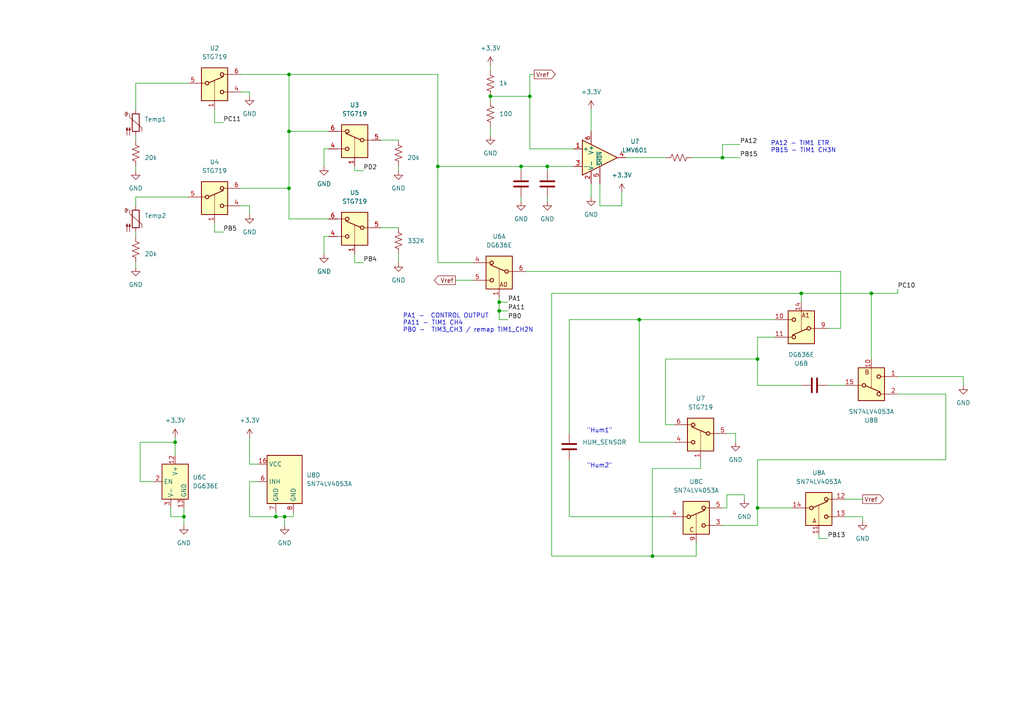
<source format=kicad_sch>
(kicad_sch (version 20211123) (generator eeschema)
  (paper "A4")
  (lib_symbols
    (symbol "Amplifier_Operational:LMV601" (pin_names (offset 0.127))
      (property "Reference" "U" (at 3.81 3.81 0))
      (property "Value" "LMV601" (at 3.81 -3.81 0))
      (symbol "LMV601_0_1"
        (polyline (pts (xy -5.08 5.08) (xy 5.08 0) (xy -5.08 -5.08) (xy -5.08 5.08)) (stroke (width 0.254)) (fill (type background)))
      )
      (symbol "LMV601_1_1"
        (pin input line (at -7.62 2.54 0) (length 2.54) (name "+") (number "1"))
        (pin power_in line (at -2.54 -7.62 90) (length 3.81) (name "V-") (number "2"))
        (pin input line (at -7.62 -2.54 0) (length 2.54) (name "-") (number "3"))
        (pin output line (at 7.62 0 180) (length 2.54) (name "~") (number "4"))
        (pin input line (at 0 -7.62 90) (length 5.08) (name "~{SHDN}") (number "5"))
        (pin power_in line (at -2.54 7.62 270) (length 3.81) (name "V+") (number "6"))
      )
    )
    (symbol "Device:C" (pin_numbers hide) (pin_names (offset 0.254))
      (property "Reference" "C" (at 0.635 2.54 0))
      (property "Value" "C" (at 0.635 -2.54 0))
      (symbol "C_0_1"
        (polyline (pts (xy -2.032 -0.762) (xy 2.032 -0.762)) (stroke (width 0.508)))
        (polyline (pts (xy -2.032 0.762) (xy 2.032 0.762)) (stroke (width 0.508)))
      )
      (symbol "C_1_1"
        (pin passive line (at 0 3.81 270) (length 2.794) (name "~") (number "1"))
        (pin passive line (at 0 -3.81 90) (length 2.794) (name "~") (number "2"))
      )
    )
    (symbol "Device:R_US" (pin_numbers hide) (pin_names (offset 0))
      (property "Reference" "R" (at 2.54 0 90))
      (property "Value" "R_US" (at -2.54 0 90))
      (symbol "R_US_0_1"
        (polyline (pts (xy 0 -2.286) (xy 0 -2.54)))
        (polyline (pts (xy 0 2.286) (xy 0 2.54)))
        (polyline (pts (xy 0 -0.762) (xy 1.016 -1.143) (xy 0 -1.524) (xy -1.016 -1.905) (xy 0 -2.286)))
        (polyline (pts (xy 0 0.762) (xy 1.016 0.381) (xy 0 0) (xy -1.016 -0.381) (xy 0 -0.762)))
        (polyline (pts (xy 0 2.286) (xy 1.016 1.905) (xy 0 1.524) (xy -1.016 1.143) (xy 0 0.762)))
      )
      (symbol "R_US_1_1"
        (pin passive line (at 0 3.81 270) (length 1.27) (name "~") (number "1"))
        (pin passive line (at 0 -3.81 90) (length 1.27) (name "~") (number "2"))
      )
    )
    (symbol "Device:Thermistor_PTC" (pin_numbers hide) (pin_names (offset 0))
      (property "Reference" "TH" (at -4.064 0 90))
      (property "Value" "Thermistor_PTC" (at 3.048 0 90))
      (symbol "Thermistor_PTC_0_1"
        (arc (start -3.048 2.159) (mid -3.0495 2.3143) (end -3.175 2.413))
        (arc (start -3.048 2.159) (mid -2.9736 1.9794) (end -2.794 1.905))
        (arc (start -3.048 2.794) (mid -2.9736 2.6144) (end -2.794 2.54))
        (arc (start -2.794 1.905) (mid -2.6144 1.9794) (end -2.54 2.159))
        (arc (start -2.794 2.54) (mid -2.4393 2.5587) (end -2.159 2.794))
        (arc (start -2.794 3.048) (mid -2.9736 2.9736) (end -3.048 2.794))
        (arc (start -2.54 2.794) (mid -2.6144 2.9736) (end -2.794 3.048))
        (rectangle (start -1.016 2.54) (end 1.016 -2.54) (stroke (width 0.254)))
        (polyline (pts (xy -2.54 2.159) (xy -2.54 2.794)))
        (polyline (pts (xy -1.778 2.54) (xy -1.778 1.524) (xy 1.778 -1.524) (xy 1.778 -2.54)))
        (polyline (pts (xy -2.54 -3.683) (xy -2.54 -1.397) (xy -2.794 -2.159) (xy -2.286 -2.159) (xy -2.54 -1.397) (xy -2.54 -1.651)) (fill (type outline)))
        (polyline (pts (xy -1.778 -3.683) (xy -1.778 -1.397) (xy -2.032 -2.159) (xy -1.524 -2.159) (xy -1.778 -1.397) (xy -1.778 -1.651)) (fill (type outline)))
      )
      (symbol "Thermistor_PTC_1_1"
        (pin passive line (at 0 3.81 270) (length 1.27) (name "~") (number "1"))
        (pin passive line (at 0 -3.81 90) (length 1.27) (name "~") (number "2"))
      )
    )
    (symbol "SN74LV4053A_1"
      (property "Reference" "U" (at 0 6.35 0))
      (property "Value" "SN74LV4053A_1" (at 1.27 8.89 0))
      (symbol "SN74LV4053A_1_1_1"
        (rectangle (start -3.81 4.445) (end 3.81 -5.08) (stroke (width 0.254)) (fill (type background)))
        (circle (center -2.159 0) (radius 0.508) (stroke (width 0.254)))
        (polyline (pts (xy -5.08 0) (xy -2.794 0)))
        (polyline (pts (xy -1.651 0.127) (xy 2.54 1.905)) (stroke (width 0.254)))
        (polyline (pts (xy 0 -5.08) (xy 0 -4.572)))
        (polyline (pts (xy 0 -4.318) (xy 0 -4.064)))
        (polyline (pts (xy 0 -3.81) (xy 0 -3.556)))
        (polyline (pts (xy 0 -3.302) (xy 0 -3.048)))
        (polyline (pts (xy 0 -2.794) (xy 0 -2.54)))
        (polyline (pts (xy 0 -2.286) (xy 0 -2.032)))
        (polyline (pts (xy 0 -1.778) (xy 0 -1.524)))
        (polyline (pts (xy 0 -1.27) (xy 0 -1.016)))
        (polyline (pts (xy 0 -0.762) (xy 0 -0.508)))
        (polyline (pts (xy 0 -0.254) (xy 0 0)))
        (polyline (pts (xy 0 0.254) (xy 0 0.508)))
        (polyline (pts (xy 0 0.254) (xy 0 0.508)))
        (polyline (pts (xy 5.08 -2.54) (xy 2.794 -2.54)))
        (polyline (pts (xy 5.08 2.54) (xy 2.794 2.54)))
        (circle (center 2.159 -2.54) (radius 0.508) (stroke (width 0.254)))
        (circle (center 2.159 2.54) (radius 0.508) (stroke (width 0.254)))
        (text "A" (at -1.27 -3.81 0) (effects (font (size 1.27 1.27))))
        (pin input line (at 0 -7.62 90) (length 2.54) (name "~") (number "11"))
        (pin passive line (at 7.62 2.54 180) (length 2.54) (name "~") (number "12"))
        (pin passive line (at 7.62 -2.54 180) (length 2.54) (name "~") (number "13"))
        (pin passive line (at -7.62 0 0) (length 2.54) (name "~") (number "14"))
      )
      (symbol "SN74LV4053A_1_2_1"
        (rectangle (start -3.81 4.445) (end 3.81 -5.08) (stroke (width 0.254)) (fill (type background)))
        (circle (center -2.159 0) (radius 0.508) (stroke (width 0.254)))
        (polyline (pts (xy -5.08 0) (xy -2.794 0)))
        (polyline (pts (xy -1.651 0.127) (xy 2.54 1.905)) (stroke (width 0.254)))
        (polyline (pts (xy 0 -5.08) (xy 0 -4.572)))
        (polyline (pts (xy 0 -4.318) (xy 0 -4.064)))
        (polyline (pts (xy 0 -3.81) (xy 0 -3.556)))
        (polyline (pts (xy 0 -3.302) (xy 0 -3.048)))
        (polyline (pts (xy 0 -2.794) (xy 0 -2.54)))
        (polyline (pts (xy 0 -2.286) (xy 0 -2.032)))
        (polyline (pts (xy 0 -1.778) (xy 0 -1.524)))
        (polyline (pts (xy 0 -1.27) (xy 0 -1.016)))
        (polyline (pts (xy 0 -0.762) (xy 0 -0.508)))
        (polyline (pts (xy 0 -0.254) (xy 0 0)))
        (polyline (pts (xy 0 0.254) (xy 0 0.508)))
        (polyline (pts (xy 0 0.254) (xy 0 0.508)))
        (polyline (pts (xy 5.08 -2.54) (xy 2.794 -2.54)))
        (polyline (pts (xy 5.08 2.54) (xy 2.794 2.54)))
        (circle (center 2.159 -2.54) (radius 0.508) (stroke (width 0.254)))
        (circle (center 2.159 2.54) (radius 0.508) (stroke (width 0.254)))
        (text "B" (at -1.27 -3.81 0) (effects (font (size 1.27 1.27))))
        (pin passive line (at 7.62 -2.54 180) (length 2.54) (name "~") (number "1"))
        (pin input line (at 0 -7.62 90) (length 2.54) (name "~") (number "10"))
        (pin passive line (at -7.62 0 0) (length 2.54) (name "~") (number "15"))
        (pin passive line (at 7.62 2.54 180) (length 2.54) (name "~") (number "2"))
      )
      (symbol "SN74LV4053A_1_3_1"
        (rectangle (start -3.81 4.445) (end 3.81 -5.08) (stroke (width 0.254)) (fill (type background)))
        (circle (center -2.159 0) (radius 0.508) (stroke (width 0.254)))
        (polyline (pts (xy -5.08 0) (xy -2.794 0)))
        (polyline (pts (xy -1.651 0.127) (xy 2.54 1.905)) (stroke (width 0.254)))
        (polyline (pts (xy 0 -5.08) (xy 0 -4.572)))
        (polyline (pts (xy 0 -4.318) (xy 0 -4.064)))
        (polyline (pts (xy 0 -3.81) (xy 0 -3.556)))
        (polyline (pts (xy 0 -3.302) (xy 0 -3.048)))
        (polyline (pts (xy 0 -2.794) (xy 0 -2.54)))
        (polyline (pts (xy 0 -2.286) (xy 0 -2.032)))
        (polyline (pts (xy 0 -1.778) (xy 0 -1.524)))
        (polyline (pts (xy 0 -1.27) (xy 0 -1.016)))
        (polyline (pts (xy 0 -0.762) (xy 0 -0.508)))
        (polyline (pts (xy 0 -0.254) (xy 0 0)))
        (polyline (pts (xy 0 0.254) (xy 0 0.508)))
        (polyline (pts (xy 0 0.254) (xy 0 0.508)))
        (polyline (pts (xy 5.08 -2.54) (xy 2.794 -2.54)))
        (polyline (pts (xy 5.08 2.54) (xy 2.794 2.54)))
        (circle (center 2.159 -2.54) (radius 0.508) (stroke (width 0.254)))
        (circle (center 2.159 2.54) (radius 0.508) (stroke (width 0.254)))
        (text "C" (at -1.27 -3.81 0) (effects (font (size 1.27 1.27))))
        (pin passive line (at 7.62 -2.54 180) (length 2.54) (name "~") (number "3"))
        (pin passive line (at -7.62 0 0) (length 2.54) (name "~") (number "4"))
        (pin passive line (at 7.62 2.54 180) (length 2.54) (name "~") (number "5"))
        (pin input line (at 0 -7.62 90) (length 2.54) (name "~") (number "9"))
      )
      (symbol "SN74LV4053A_1_4_1"
        (rectangle (start -5.08 5.08) (end 5.08 -8.89) (stroke (width 0.254)) (fill (type background)))
        (pin passive line (at -7.62 2.54 0) (length 2.54) (name "VCC") (number "16"))
        (pin passive line (at -7.62 -2.54 0) (length 2.54) (name "INH") (number "6"))
        (pin passive line (at -2.54 -11.43 90) (length 2.54) (name "GND") (number "7"))
        (pin passive line (at 2.54 -11.43 90) (length 2.54) (name "GND") (number "8"))
      )
    )
    (symbol "SN74LV4053A_2"
      (property "Reference" "U" (at 0 6.35 0))
      (property "Value" "SN74LV4053A_2" (at 1.27 8.89 0))
      (symbol "SN74LV4053A_2_1_1"
        (rectangle (start -3.81 4.445) (end 3.81 -5.08) (stroke (width 0.254)) (fill (type background)))
        (circle (center -2.159 0) (radius 0.508) (stroke (width 0.254)))
        (polyline (pts (xy -5.08 0) (xy -2.794 0)))
        (polyline (pts (xy -1.651 0.127) (xy 2.54 1.905)) (stroke (width 0.254)))
        (polyline (pts (xy 0 -5.08) (xy 0 -4.572)))
        (polyline (pts (xy 0 -4.318) (xy 0 -4.064)))
        (polyline (pts (xy 0 -3.81) (xy 0 -3.556)))
        (polyline (pts (xy 0 -3.302) (xy 0 -3.048)))
        (polyline (pts (xy 0 -2.794) (xy 0 -2.54)))
        (polyline (pts (xy 0 -2.286) (xy 0 -2.032)))
        (polyline (pts (xy 0 -1.778) (xy 0 -1.524)))
        (polyline (pts (xy 0 -1.27) (xy 0 -1.016)))
        (polyline (pts (xy 0 -0.762) (xy 0 -0.508)))
        (polyline (pts (xy 0 -0.254) (xy 0 0)))
        (polyline (pts (xy 0 0.254) (xy 0 0.508)))
        (polyline (pts (xy 0 0.254) (xy 0 0.508)))
        (polyline (pts (xy 5.08 -2.54) (xy 2.794 -2.54)))
        (polyline (pts (xy 5.08 2.54) (xy 2.794 2.54)))
        (circle (center 2.159 -2.54) (radius 0.508) (stroke (width 0.254)))
        (circle (center 2.159 2.54) (radius 0.508) (stroke (width 0.254)))
        (text "A" (at -1.27 -3.81 0) (effects (font (size 1.27 1.27))))
        (pin input line (at 0 -7.62 90) (length 2.54) (name "~") (number "11"))
        (pin passive line (at 7.62 2.54 180) (length 2.54) (name "~") (number "12"))
        (pin passive line (at 7.62 -2.54 180) (length 2.54) (name "~") (number "13"))
        (pin passive line (at -7.62 0 0) (length 2.54) (name "~") (number "14"))
      )
      (symbol "SN74LV4053A_2_2_1"
        (rectangle (start -3.81 4.445) (end 3.81 -5.08) (stroke (width 0.254)) (fill (type background)))
        (circle (center -2.159 0) (radius 0.508) (stroke (width 0.254)))
        (polyline (pts (xy -5.08 0) (xy -2.794 0)))
        (polyline (pts (xy -1.651 0.127) (xy 2.54 1.905)) (stroke (width 0.254)))
        (polyline (pts (xy 0 -5.08) (xy 0 -4.572)))
        (polyline (pts (xy 0 -4.318) (xy 0 -4.064)))
        (polyline (pts (xy 0 -3.81) (xy 0 -3.556)))
        (polyline (pts (xy 0 -3.302) (xy 0 -3.048)))
        (polyline (pts (xy 0 -2.794) (xy 0 -2.54)))
        (polyline (pts (xy 0 -2.286) (xy 0 -2.032)))
        (polyline (pts (xy 0 -1.778) (xy 0 -1.524)))
        (polyline (pts (xy 0 -1.27) (xy 0 -1.016)))
        (polyline (pts (xy 0 -0.762) (xy 0 -0.508)))
        (polyline (pts (xy 0 -0.254) (xy 0 0)))
        (polyline (pts (xy 0 0.254) (xy 0 0.508)))
        (polyline (pts (xy 0 0.254) (xy 0 0.508)))
        (polyline (pts (xy 5.08 -2.54) (xy 2.794 -2.54)))
        (polyline (pts (xy 5.08 2.54) (xy 2.794 2.54)))
        (circle (center 2.159 -2.54) (radius 0.508) (stroke (width 0.254)))
        (circle (center 2.159 2.54) (radius 0.508) (stroke (width 0.254)))
        (text "B" (at -1.27 -3.81 0) (effects (font (size 1.27 1.27))))
        (pin passive line (at 7.62 -2.54 180) (length 2.54) (name "~") (number "1"))
        (pin input line (at 0 -7.62 90) (length 2.54) (name "~") (number "10"))
        (pin passive line (at -7.62 0 0) (length 2.54) (name "~") (number "15"))
        (pin passive line (at 7.62 2.54 180) (length 2.54) (name "~") (number "2"))
      )
      (symbol "SN74LV4053A_2_3_1"
        (rectangle (start -3.81 4.445) (end 3.81 -5.08) (stroke (width 0.254)) (fill (type background)))
        (circle (center -2.159 0) (radius 0.508) (stroke (width 0.254)))
        (polyline (pts (xy -5.08 0) (xy -2.794 0)))
        (polyline (pts (xy -1.651 0.127) (xy 2.54 1.905)) (stroke (width 0.254)))
        (polyline (pts (xy 0 -5.08) (xy 0 -4.572)))
        (polyline (pts (xy 0 -4.318) (xy 0 -4.064)))
        (polyline (pts (xy 0 -3.81) (xy 0 -3.556)))
        (polyline (pts (xy 0 -3.302) (xy 0 -3.048)))
        (polyline (pts (xy 0 -2.794) (xy 0 -2.54)))
        (polyline (pts (xy 0 -2.286) (xy 0 -2.032)))
        (polyline (pts (xy 0 -1.778) (xy 0 -1.524)))
        (polyline (pts (xy 0 -1.27) (xy 0 -1.016)))
        (polyline (pts (xy 0 -0.762) (xy 0 -0.508)))
        (polyline (pts (xy 0 -0.254) (xy 0 0)))
        (polyline (pts (xy 0 0.254) (xy 0 0.508)))
        (polyline (pts (xy 0 0.254) (xy 0 0.508)))
        (polyline (pts (xy 5.08 -2.54) (xy 2.794 -2.54)))
        (polyline (pts (xy 5.08 2.54) (xy 2.794 2.54)))
        (circle (center 2.159 -2.54) (radius 0.508) (stroke (width 0.254)))
        (circle (center 2.159 2.54) (radius 0.508) (stroke (width 0.254)))
        (text "C" (at -1.27 -3.81 0) (effects (font (size 1.27 1.27))))
        (pin passive line (at 7.62 -2.54 180) (length 2.54) (name "~") (number "3"))
        (pin passive line (at -7.62 0 0) (length 2.54) (name "~") (number "4"))
        (pin passive line (at 7.62 2.54 180) (length 2.54) (name "~") (number "5"))
        (pin input line (at 0 -7.62 90) (length 2.54) (name "~") (number "9"))
      )
      (symbol "SN74LV4053A_2_4_1"
        (rectangle (start -5.08 5.08) (end 5.08 -8.89) (stroke (width 0.254)) (fill (type background)))
        (pin passive line (at -7.62 2.54 0) (length 2.54) (name "VCC") (number "16"))
        (pin passive line (at -7.62 -2.54 0) (length 2.54) (name "INH") (number "6"))
        (pin passive line (at -2.54 -11.43 90) (length 2.54) (name "GND") (number "7"))
        (pin passive line (at 2.54 -11.43 90) (length 2.54) (name "GND") (number "8"))
      )
    )
    (symbol "power:+3.3V" (power) (pin_names (offset 0))
      (property "Value" "+3.3V" (at 0 3.556 0))
      (symbol "+3.3V_0_1"
        (polyline (pts (xy -0.762 1.27) (xy 0 2.54)))
        (polyline (pts (xy 0 0) (xy 0 2.54)))
        (polyline (pts (xy 0 2.54) (xy 0.762 1.27)))
      )
      (symbol "+3.3V_1_1"
        (pin power_in line (at 0 0 90) (length 0) hide (name "+3.3V") (number "1"))
      )
    )
    (symbol "power:GND" (power) (pin_names (offset 0))
      (property "Value" "GND" (at 0 -3.81 0))
      (symbol "GND_0_1"
        (polyline (pts (xy 0 0) (xy 0 -1.27) (xy 1.27 -1.27) (xy 0 -2.54) (xy -1.27 -1.27) (xy 0 -1.27)))
      )
      (symbol "GND_1_1"
        (pin power_in line (at 0 0 270) (length 0) hide (name "GND") (number "1"))
      )
    )
    (symbol "tmuxsymlib:DG636E"
      (property "Reference" "U" (at 0 12.7 0))
      (property "Value" "DG636E" (at 0 15.24 0))
      (symbol "DG636E_1_1"
        (rectangle (start -3.81 4.445) (end 3.81 -5.08) (stroke (width 0.254)) (fill (type background)))
        (circle (center -2.159 0) (radius 0.508) (stroke (width 0.254)))
        (polyline (pts (xy -5.08 0) (xy -2.794 0)))
        (polyline (pts (xy -1.651 0.127) (xy 2.54 1.905)) (stroke (width 0.254)))
        (polyline (pts (xy 0 -5.08) (xy 0 -4.572)))
        (polyline (pts (xy 0 -4.318) (xy 0 -4.064)))
        (polyline (pts (xy 0 -3.81) (xy 0 -3.556)))
        (polyline (pts (xy 0 -3.302) (xy 0 -3.048)))
        (polyline (pts (xy 0 -2.794) (xy 0 -2.54)))
        (polyline (pts (xy 0 -2.286) (xy 0 -2.032)))
        (polyline (pts (xy 0 -1.778) (xy 0 -1.524)))
        (polyline (pts (xy 0 -1.27) (xy 0 -1.016)))
        (polyline (pts (xy 0 -0.762) (xy 0 -0.508)))
        (polyline (pts (xy 0 -0.254) (xy 0 0)))
        (polyline (pts (xy 0 0.254) (xy 0 0.508)))
        (polyline (pts (xy 0 0.254) (xy 0 0.508)))
        (polyline (pts (xy 5.08 -2.54) (xy 2.794 -2.54)))
        (polyline (pts (xy 5.08 2.54) (xy 2.794 2.54)))
        (circle (center 2.159 -2.54) (radius 0.508) (stroke (width 0.254)))
        (circle (center 2.159 2.54) (radius 0.508) (stroke (width 0.254)))
        (text "A0" (at -1.27 -3.81 0) (effects (font (size 1.27 1.27))))
        (pin input line (at 0 -7.62 90) (length 2.54) (name "~") (number "1"))
        (pin passive line (at 7.62 2.54 180) (length 2.54) (name "~") (number "4"))
        (pin passive line (at 7.62 -2.54 180) (length 2.54) (name "~") (number "5"))
        (pin passive line (at -7.62 0 0) (length 2.54) (name "~") (number "6"))
      )
      (symbol "DG636E_2_1"
        (rectangle (start -3.81 4.445) (end 3.81 -5.08) (stroke (width 0.254)) (fill (type background)))
        (circle (center -2.159 0) (radius 0.508) (stroke (width 0.254)))
        (polyline (pts (xy -5.08 0) (xy -2.794 0)))
        (polyline (pts (xy -1.651 0.127) (xy 2.54 1.905)) (stroke (width 0.254)))
        (polyline (pts (xy 0 -5.08) (xy 0 -4.572)))
        (polyline (pts (xy 0 -4.318) (xy 0 -4.064)))
        (polyline (pts (xy 0 -3.81) (xy 0 -3.556)))
        (polyline (pts (xy 0 -3.302) (xy 0 -3.048)))
        (polyline (pts (xy 0 -2.794) (xy 0 -2.54)))
        (polyline (pts (xy 0 -2.286) (xy 0 -2.032)))
        (polyline (pts (xy 0 -1.778) (xy 0 -1.524)))
        (polyline (pts (xy 0 -1.27) (xy 0 -1.016)))
        (polyline (pts (xy 0 -0.762) (xy 0 -0.508)))
        (polyline (pts (xy 0 -0.254) (xy 0 0)))
        (polyline (pts (xy 0 0.254) (xy 0 0.508)))
        (polyline (pts (xy 0 0.254) (xy 0 0.508)))
        (polyline (pts (xy 5.08 -2.54) (xy 2.794 -2.54)))
        (polyline (pts (xy 5.08 2.54) (xy 2.794 2.54)))
        (circle (center 2.159 -2.54) (radius 0.508) (stroke (width 0.254)))
        (circle (center 2.159 2.54) (radius 0.508) (stroke (width 0.254)))
        (text "A1" (at -1.27 -3.81 0) (effects (font (size 1.27 1.27))))
        (pin passive line (at 7.62 -2.54 180) (length 2.54) (name "~") (number "10"))
        (pin passive line (at 7.62 2.54 180) (length 2.54) (name "~") (number "11"))
        (pin input line (at 0 -7.62 90) (length 2.54) (name "~") (number "14"))
        (pin passive line (at -7.62 0 0) (length 2.54) (name "~") (number "9"))
      )
      (symbol "DG636E_3_1"
        (rectangle (start -3.81 3.81) (end 3.81 -6.35) (stroke (width 0.254)) (fill (type background)))
        (pin passive line (at 0 6.35 270) (length 2.54) (name "V+") (number "12"))
        (pin passive line (at 2.54 -8.89 90) (length 2.54) (name "GND") (number "13"))
        (pin passive line (at -6.35 -1.27 0) (length 2.54) (name "EN") (number "2"))
        (pin passive line (at -1.27 -8.89 90) (length 2.54) (name "V-") (number "3"))
      )
    )
    (symbol "tmuxsymlib:SN74LV4053A"
      (property "Reference" "U" (at 0 6.35 0))
      (property "Value" "SN74LV4053A" (at 1.27 8.89 0))
      (symbol "SN74LV4053A_1_1"
        (rectangle (start -3.81 4.445) (end 3.81 -5.08) (stroke (width 0.254)) (fill (type background)))
        (circle (center -2.159 0) (radius 0.508) (stroke (width 0.254)))
        (polyline (pts (xy -5.08 0) (xy -2.794 0)))
        (polyline (pts (xy -1.651 0.127) (xy 2.54 1.905)) (stroke (width 0.254)))
        (polyline (pts (xy 0 -5.08) (xy 0 -4.572)))
        (polyline (pts (xy 0 -4.318) (xy 0 -4.064)))
        (polyline (pts (xy 0 -3.81) (xy 0 -3.556)))
        (polyline (pts (xy 0 -3.302) (xy 0 -3.048)))
        (polyline (pts (xy 0 -2.794) (xy 0 -2.54)))
        (polyline (pts (xy 0 -2.286) (xy 0 -2.032)))
        (polyline (pts (xy 0 -1.778) (xy 0 -1.524)))
        (polyline (pts (xy 0 -1.27) (xy 0 -1.016)))
        (polyline (pts (xy 0 -0.762) (xy 0 -0.508)))
        (polyline (pts (xy 0 -0.254) (xy 0 0)))
        (polyline (pts (xy 0 0.254) (xy 0 0.508)))
        (polyline (pts (xy 0 0.254) (xy 0 0.508)))
        (polyline (pts (xy 5.08 -2.54) (xy 2.794 -2.54)))
        (polyline (pts (xy 5.08 2.54) (xy 2.794 2.54)))
        (circle (center 2.159 -2.54) (radius 0.508) (stroke (width 0.254)))
        (circle (center 2.159 2.54) (radius 0.508) (stroke (width 0.254)))
        (text "A" (at -1.27 -3.81 0) (effects (font (size 1.27 1.27))))
        (pin input line (at 0 -7.62 90) (length 2.54) (name "~") (number "11"))
        (pin passive line (at 7.62 2.54 180) (length 2.54) (name "~") (number "12"))
        (pin passive line (at 7.62 -2.54 180) (length 2.54) (name "~") (number "13"))
        (pin passive line (at -7.62 0 0) (length 2.54) (name "~") (number "14"))
      )
      (symbol "SN74LV4053A_2_1"
        (rectangle (start -3.81 4.445) (end 3.81 -5.08) (stroke (width 0.254)) (fill (type background)))
        (circle (center -2.159 0) (radius 0.508) (stroke (width 0.254)))
        (polyline (pts (xy -5.08 0) (xy -2.794 0)))
        (polyline (pts (xy -1.651 0.127) (xy 2.54 1.905)) (stroke (width 0.254)))
        (polyline (pts (xy 0 -5.08) (xy 0 -4.572)))
        (polyline (pts (xy 0 -4.318) (xy 0 -4.064)))
        (polyline (pts (xy 0 -3.81) (xy 0 -3.556)))
        (polyline (pts (xy 0 -3.302) (xy 0 -3.048)))
        (polyline (pts (xy 0 -2.794) (xy 0 -2.54)))
        (polyline (pts (xy 0 -2.286) (xy 0 -2.032)))
        (polyline (pts (xy 0 -1.778) (xy 0 -1.524)))
        (polyline (pts (xy 0 -1.27) (xy 0 -1.016)))
        (polyline (pts (xy 0 -0.762) (xy 0 -0.508)))
        (polyline (pts (xy 0 -0.254) (xy 0 0)))
        (polyline (pts (xy 0 0.254) (xy 0 0.508)))
        (polyline (pts (xy 0 0.254) (xy 0 0.508)))
        (polyline (pts (xy 5.08 -2.54) (xy 2.794 -2.54)))
        (polyline (pts (xy 5.08 2.54) (xy 2.794 2.54)))
        (circle (center 2.159 -2.54) (radius 0.508) (stroke (width 0.254)))
        (circle (center 2.159 2.54) (radius 0.508) (stroke (width 0.254)))
        (text "B" (at -1.27 -3.81 0) (effects (font (size 1.27 1.27))))
        (pin passive line (at 7.62 2.54 180) (length 2.54) (name "~") (number "1"))
        (pin input line (at 0 -7.62 90) (length 2.54) (name "~") (number "10"))
        (pin passive line (at -7.62 0 0) (length 2.54) (name "~") (number "15"))
        (pin passive line (at 7.62 -2.54 180) (length 2.54) (name "~") (number "2"))
      )
      (symbol "SN74LV4053A_3_1"
        (rectangle (start -3.81 4.445) (end 3.81 -5.08) (stroke (width 0.254)) (fill (type background)))
        (circle (center -2.159 0) (radius 0.508) (stroke (width 0.254)))
        (polyline (pts (xy -5.08 0) (xy -2.794 0)))
        (polyline (pts (xy -1.651 0.127) (xy 2.54 1.905)) (stroke (width 0.254)))
        (polyline (pts (xy 0 -5.08) (xy 0 -4.572)))
        (polyline (pts (xy 0 -4.318) (xy 0 -4.064)))
        (polyline (pts (xy 0 -3.81) (xy 0 -3.556)))
        (polyline (pts (xy 0 -3.302) (xy 0 -3.048)))
        (polyline (pts (xy 0 -2.794) (xy 0 -2.54)))
        (polyline (pts (xy 0 -2.286) (xy 0 -2.032)))
        (polyline (pts (xy 0 -1.778) (xy 0 -1.524)))
        (polyline (pts (xy 0 -1.27) (xy 0 -1.016)))
        (polyline (pts (xy 0 -0.762) (xy 0 -0.508)))
        (polyline (pts (xy 0 -0.254) (xy 0 0)))
        (polyline (pts (xy 0 0.254) (xy 0 0.508)))
        (polyline (pts (xy 0 0.254) (xy 0 0.508)))
        (polyline (pts (xy 5.08 -2.54) (xy 2.794 -2.54)))
        (polyline (pts (xy 5.08 2.54) (xy 2.794 2.54)))
        (circle (center 2.159 -2.54) (radius 0.508) (stroke (width 0.254)))
        (circle (center 2.159 2.54) (radius 0.508) (stroke (width 0.254)))
        (text "C" (at -1.27 -3.81 0) (effects (font (size 1.27 1.27))))
        (pin passive line (at 7.62 2.54 180) (length 2.54) (name "~") (number "3"))
        (pin passive line (at -7.62 0 0) (length 2.54) (name "~") (number "4"))
        (pin passive line (at 7.62 -2.54 180) (length 2.54) (name "~") (number "5"))
        (pin input line (at 0 -7.62 90) (length 2.54) (name "~") (number "9"))
      )
      (symbol "SN74LV4053A_4_1"
        (rectangle (start -5.08 5.08) (end 5.08 -8.89) (stroke (width 0.254)) (fill (type background)))
        (pin passive line (at -7.62 2.54 0) (length 2.54) (name "VCC") (number "16"))
        (pin passive line (at -7.62 -2.54 0) (length 2.54) (name "INH") (number "6"))
        (pin passive line (at -2.54 -11.43 90) (length 2.54) (name "GND") (number "7"))
        (pin passive line (at 2.54 -11.43 90) (length 2.54) (name "GND") (number "8"))
      )
    )
    (symbol "tmuxsymlib:STG719"
      (property "Reference" "U" (at 0 6.35 0))
      (property "Value" "STG719" (at 0 8.89 0))
      (symbol "STG719_1_1"
        (rectangle (start -3.81 4.445) (end 3.81 -5.08) (stroke (width 0.254)) (fill (type background)))
        (circle (center -2.159 0) (radius 0.508) (stroke (width 0.254)))
        (polyline (pts (xy -5.08 0) (xy -2.794 0)))
        (polyline (pts (xy -1.651 0.127) (xy 2.54 1.905)) (stroke (width 0.254)))
        (polyline (pts (xy 0 -5.08) (xy 0 -4.572)))
        (polyline (pts (xy 0 -4.318) (xy 0 -4.064)))
        (polyline (pts (xy 0 -3.81) (xy 0 -3.556)))
        (polyline (pts (xy 0 -3.302) (xy 0 -3.048)))
        (polyline (pts (xy 0 -2.794) (xy 0 -2.54)))
        (polyline (pts (xy 0 -2.286) (xy 0 -2.032)))
        (polyline (pts (xy 0 -1.778) (xy 0 -1.524)))
        (polyline (pts (xy 0 -1.27) (xy 0 -1.016)))
        (polyline (pts (xy 0 -0.762) (xy 0 -0.508)))
        (polyline (pts (xy 0 -0.254) (xy 0 0)))
        (polyline (pts (xy 0 0.254) (xy 0 0.508)))
        (polyline (pts (xy 0 0.254) (xy 0 0.508)))
        (polyline (pts (xy 5.08 -2.54) (xy 2.794 -2.54)))
        (polyline (pts (xy 5.08 2.54) (xy 2.794 2.54)))
        (circle (center 2.159 -2.54) (radius 0.508) (stroke (width 0.254)))
        (circle (center 2.159 2.54) (radius 0.508) (stroke (width 0.254)))
        (pin input line (at 0 -7.62 90) (length 2.54) (name "~") (number "1"))
        (pin passive line (at 7.62 -2.54 180) (length 2.54) (name "~") (number "4"))
        (pin passive line (at -7.62 0 0) (length 2.54) (name "~") (number "5"))
        (pin passive line (at 7.62 2.54 180) (length 2.54) (name "~") (number "6"))
      )
    )
  )
  (junction (at 153.67 27.94))
  (junction (at 185.42 92.71))
  (junction (at 127 48.26))
  (junction (at 50.8 128.27))
  (junction (at 53.34 149.86))
  (junction (at 83.82 54.61))
  (junction (at 158.75 48.26))
  (junction (at 252.73 85.09))
  (junction (at 83.82 21.59))
  (junction (at 189.23 161.29))
  (junction (at 144.78 90.17))
  (junction (at 232.41 85.09))
  (junction (at 209.55 45.72))
  (junction (at 144.78 87.63))
  (junction (at 80.01 149.86))
  (junction (at 142.24 27.94))
  (junction (at 83.82 38.1))
  (junction (at 219.71 104.14))
  (junction (at 219.71 147.32))
  (junction (at 82.55 149.86))
  (junction (at 151.13 48.26))
  (wire (pts (xy 189.23 135.89) (xy 189.23 161.29)))
  (wire (pts (xy 39.37 39.37) (xy 39.37 40.64)))
  (wire (pts (xy 39.37 48.26) (xy 39.37 49.53)))
  (wire (pts (xy 243.84 78.74) (xy 243.84 95.25)))
  (wire (pts (xy 200.66 45.72) (xy 209.55 45.72)))
  (wire (pts (xy 151.13 48.26) (xy 158.75 48.26)))
  (wire (pts (xy 252.73 85.09) (xy 260.35 85.09)))
  (wire (pts (xy 215.9 143.51) (xy 215.9 144.78)))
  (wire (pts (xy 74.93 139.7) (xy 72.39 139.7)))
  (wire (pts (xy 127 21.59) (xy 127 48.26)))
  (wire (pts (xy 144.78 90.17) (xy 144.78 87.63)))
  (wire (pts (xy 260.35 114.3) (xy 274.32 114.3)))
  (wire (pts (xy 209.55 152.4) (xy 219.71 152.4)))
  (wire (pts (xy 69.85 59.69) (xy 72.39 59.69)))
  (wire (pts (xy 49.53 147.32) (xy 49.53 149.86)))
  (wire (pts (xy 83.82 38.1) (xy 95.25 38.1)))
  (wire (pts (xy 50.8 127) (xy 50.8 128.27)))
  (wire (pts (xy 93.98 68.58) (xy 93.98 73.66)))
  (wire (pts (xy 39.37 67.31) (xy 39.37 68.58)))
  (wire (pts (xy 39.37 31.75) (xy 39.37 24.13)))
  (wire (pts (xy 82.55 152.4) (xy 82.55 149.86)))
  (wire (pts (xy 185.42 92.71) (xy 185.42 128.27)))
  (wire (pts (xy 39.37 76.2) (xy 39.37 77.47)))
  (wire (pts (xy 93.98 43.18) (xy 93.98 48.26)))
  (wire (pts (xy 137.16 76.2) (xy 127 76.2)))
  (wire (pts (xy 83.82 54.61) (xy 83.82 63.5)))
  (wire (pts (xy 102.87 76.2) (xy 105.41 76.2)))
  (wire (pts (xy 95.25 43.18) (xy 93.98 43.18)))
  (wire (pts (xy 158.75 48.26) (xy 166.37 48.26)))
  (wire (pts (xy 153.67 43.18) (xy 153.67 27.94)))
  (wire (pts (xy 115.57 48.26) (xy 115.57 49.53)))
  (wire (pts (xy 158.75 48.26) (xy 158.75 49.53)))
  (wire (pts (xy 72.39 139.7) (xy 72.39 149.86)))
  (wire (pts (xy 102.87 49.53) (xy 105.41 49.53)))
  (wire (pts (xy 72.39 134.62) (xy 72.39 127)))
  (wire (pts (xy 153.67 21.59) (xy 154.94 21.59)))
  (wire (pts (xy 166.37 43.18) (xy 153.67 43.18)))
  (wire (pts (xy 209.55 45.72) (xy 214.63 45.72)))
  (wire (pts (xy 185.42 92.71) (xy 224.79 92.71)))
  (wire (pts (xy 142.24 36.83) (xy 142.24 39.37)))
  (wire (pts (xy 62.23 31.75) (xy 62.23 35.56)))
  (wire (pts (xy 219.71 111.76) (xy 219.71 104.14)))
  (wire (pts (xy 165.1 92.71) (xy 185.42 92.71)))
  (wire (pts (xy 69.85 26.67) (xy 72.39 26.67)))
  (wire (pts (xy 214.63 41.91) (xy 209.55 41.91)))
  (wire (pts (xy 127 76.2) (xy 127 48.26)))
  (wire (pts (xy 260.35 83.82) (xy 260.35 85.09)))
  (wire (pts (xy 142.24 19.05) (xy 142.24 20.32)))
  (wire (pts (xy 173.99 59.69) (xy 173.99 53.34)))
  (wire (pts (xy 82.55 149.86) (xy 80.01 149.86)))
  (wire (pts (xy 144.78 92.71) (xy 144.78 90.17)))
  (wire (pts (xy 158.75 57.15) (xy 158.75 58.42)))
  (wire (pts (xy 53.34 149.86) (xy 53.34 152.4)))
  (wire (pts (xy 39.37 57.15) (xy 39.37 59.69)))
  (wire (pts (xy 189.23 135.89) (xy 203.2 135.89)))
  (wire (pts (xy 274.32 133.35) (xy 219.71 133.35)))
  (wire (pts (xy 165.1 149.86) (xy 194.31 149.86)))
  (wire (pts (xy 95.25 68.58) (xy 93.98 68.58)))
  (wire (pts (xy 160.02 85.09) (xy 160.02 161.29)))
  (wire (pts (xy 237.49 156.21) (xy 240.03 156.21)))
  (wire (pts (xy 85.09 148.59) (xy 85.09 149.86)))
  (wire (pts (xy 53.34 147.32) (xy 53.34 149.86)))
  (wire (pts (xy 260.35 109.22) (xy 279.4 109.22)))
  (wire (pts (xy 274.32 114.3) (xy 274.32 133.35)))
  (wire (pts (xy 213.36 128.27) (xy 213.36 125.73)))
  (wire (pts (xy 165.1 133.35) (xy 165.1 149.86)))
  (wire (pts (xy 153.67 21.59) (xy 153.67 27.94)))
  (wire (pts (xy 210.82 125.73) (xy 213.36 125.73)))
  (wire (pts (xy 62.23 64.77) (xy 62.23 67.31)))
  (wire (pts (xy 219.71 133.35) (xy 219.71 147.32)))
  (wire (pts (xy 245.11 144.78) (xy 250.19 144.78)))
  (wire (pts (xy 40.64 128.27) (xy 50.8 128.27)))
  (wire (pts (xy 144.78 90.17) (xy 147.32 90.17)))
  (wire (pts (xy 50.8 128.27) (xy 50.8 132.08)))
  (wire (pts (xy 152.4 78.74) (xy 243.84 78.74)))
  (wire (pts (xy 137.16 81.28) (xy 132.08 81.28)))
  (wire (pts (xy 279.4 109.22) (xy 279.4 111.76)))
  (wire (pts (xy 232.41 111.76) (xy 219.71 111.76)))
  (wire (pts (xy 195.58 128.27) (xy 185.42 128.27)))
  (wire (pts (xy 193.04 104.14) (xy 219.71 104.14)))
  (wire (pts (xy 147.32 92.71) (xy 144.78 92.71)))
  (wire (pts (xy 189.23 161.29) (xy 201.93 161.29)))
  (wire (pts (xy 219.71 147.32) (xy 229.87 147.32)))
  (wire (pts (xy 219.71 97.79) (xy 219.71 104.14)))
  (wire (pts (xy 72.39 59.69) (xy 72.39 62.23)))
  (wire (pts (xy 252.73 85.09) (xy 252.73 104.14)))
  (wire (pts (xy 49.53 149.86) (xy 53.34 149.86)))
  (wire (pts (xy 142.24 27.94) (xy 142.24 29.21)))
  (wire (pts (xy 151.13 57.15) (xy 151.13 58.42)))
  (wire (pts (xy 181.61 45.72) (xy 193.04 45.72)))
  (wire (pts (xy 243.84 95.25) (xy 240.03 95.25)))
  (wire (pts (xy 180.34 55.88) (xy 180.34 59.69)))
  (wire (pts (xy 69.85 54.61) (xy 83.82 54.61)))
  (wire (pts (xy 72.39 149.86) (xy 80.01 149.86)))
  (wire (pts (xy 180.34 59.69) (xy 173.99 59.69)))
  (wire (pts (xy 39.37 24.13) (xy 54.61 24.13)))
  (wire (pts (xy 144.78 87.63) (xy 147.32 87.63)))
  (wire (pts (xy 151.13 48.26) (xy 151.13 49.53)))
  (wire (pts (xy 219.71 152.4) (xy 219.71 147.32)))
  (wire (pts (xy 102.87 48.26) (xy 102.87 49.53)))
  (wire (pts (xy 40.64 139.7) (xy 40.64 128.27)))
  (wire (pts (xy 74.93 134.62) (xy 72.39 134.62)))
  (wire (pts (xy 160.02 161.29) (xy 189.23 161.29)))
  (wire (pts (xy 39.37 57.15) (xy 54.61 57.15)))
  (wire (pts (xy 115.57 73.66) (xy 115.57 76.2)))
  (wire (pts (xy 160.02 85.09) (xy 232.41 85.09)))
  (wire (pts (xy 83.82 63.5) (xy 95.25 63.5)))
  (wire (pts (xy 245.11 149.86) (xy 250.19 149.86)))
  (wire (pts (xy 195.58 123.19) (xy 193.04 123.19)))
  (wire (pts (xy 80.01 148.59) (xy 80.01 149.86)))
  (wire (pts (xy 144.78 86.36) (xy 144.78 87.63)))
  (wire (pts (xy 210.82 147.32) (xy 210.82 143.51)))
  (wire (pts (xy 72.39 26.67) (xy 72.39 27.94)))
  (wire (pts (xy 237.49 154.94) (xy 237.49 156.21)))
  (wire (pts (xy 85.09 149.86) (xy 82.55 149.86)))
  (wire (pts (xy 252.73 85.09) (xy 232.41 85.09)))
  (wire (pts (xy 171.45 31.75) (xy 171.45 38.1)))
  (wire (pts (xy 201.93 157.48) (xy 201.93 161.29)))
  (wire (pts (xy 209.55 147.32) (xy 210.82 147.32)))
  (wire (pts (xy 171.45 57.15) (xy 171.45 53.34)))
  (wire (pts (xy 127 21.59) (xy 83.82 21.59)))
  (wire (pts (xy 209.55 41.91) (xy 209.55 45.72)))
  (wire (pts (xy 102.87 73.66) (xy 102.87 76.2)))
  (wire (pts (xy 110.49 40.64) (xy 115.57 40.64)))
  (wire (pts (xy 62.23 35.56) (xy 64.77 35.56)))
  (wire (pts (xy 203.2 135.89) (xy 203.2 133.35)))
  (wire (pts (xy 219.71 97.79) (xy 224.79 97.79)))
  (wire (pts (xy 83.82 21.59) (xy 83.82 38.1)))
  (wire (pts (xy 165.1 92.71) (xy 165.1 125.73)))
  (wire (pts (xy 193.04 104.14) (xy 193.04 123.19)))
  (wire (pts (xy 232.41 85.09) (xy 232.41 87.63)))
  (wire (pts (xy 127 48.26) (xy 151.13 48.26)))
  (wire (pts (xy 110.49 66.04) (xy 115.57 66.04)))
  (wire (pts (xy 153.67 27.94) (xy 142.24 27.94)))
  (wire (pts (xy 83.82 38.1) (xy 83.82 54.61)))
  (wire (pts (xy 69.85 21.59) (xy 83.82 21.59)))
  (wire (pts (xy 62.23 67.31) (xy 64.77 67.31)))
  (wire (pts (xy 44.45 139.7) (xy 40.64 139.7)))
  (wire (pts (xy 240.03 111.76) (xy 245.11 111.76)))
  (wire (pts (xy 250.19 149.86) (xy 250.19 151.13)))
  (wire (pts (xy 210.82 143.51) (xy 215.9 143.51)))
  (text "\"Hum2\"" (at 170.18 135.89 0) (effects (font (size 1.27 1.27)) (justify left bottom)))
  (text "\"Hum1\"" (at 170.18 125.73 0) (effects (font (size 1.27 1.27)) (justify left bottom)))
  (text "PA12 - TIM1 ETR\nPB15 - TIM1 CH3N" (at 223.52 44.45 0) (effects (font (size 1.27 1.27)) (justify left bottom)))
  (text "PA1 -  CONTROL OUTPUT \nPA11 - TIM1 CH4\nPB0 -  TIM3_CH3 / remap TIM1_CH2N" (at 116.84 96.52 0) (effects (font (size 1.27 1.27)) (justify left bottom)))
  (label "PC10" (at 260.35 83.82 0))
  (label "PB13" (at 240.03 156.21 0))
  (label "PC11" (at 64.77 35.56 0))
  (label "PB4" (at 105.41 76.2 0))
  (label "PB0" (at 147.32 92.71 0))
  (label "PB5" (at 64.77 67.31 0))
  (label "PB15" (at 214.63 45.72 0))
  (label "PA1" (at 147.32 87.63 0))
  (label "PA11" (at 147.32 90.17 0))
  (label "PA12" (at 214.63 41.91 0))
  (label "PD2" (at 105.41 49.53 0))
  (global_label "Vref" (shape output) (at 154.94 21.59 0) (property "Intersheet References" "${INTERSHEET_REFS}" (effects hide)))
  (global_label "Vref" (shape output) (at 250.19 144.78 0) (property "Intersheet References" "${INTERSHEET_REFS}" (effects hide)))
  (global_label "Vref" (shape output) (at 132.08 81.28 180) (property "Intersheet References" "${INTERSHEET_REFS}" (effects hide)))
  (symbol (lib_id "Device:C") (at 165.1 129.54 0) (unit 1)
    (property "Reference" "HUM_SENSOR" (at 168.91 128.2699 0) (effects (justify left)))
    (property "Value" "C" (effects hide))
  )
  (symbol (lib_id "power:GND") (at 53.34 152.4 0) (unit 1)
    (property "Reference" "#PWR?" (effects hide))
    (property "Value" "GND" (at 53.34 157.48 0))
  )
  (symbol (lib_id "Amplifier_Operational:LMV601") (at 173.99 45.72 0) (unit 1)
    (property "Reference" "U?" (at 184.15 41.021 0))
    (property "Value" "LMV601" (at 184.15 43.561 0))
    (property "Footprint" "Package_TO_SOT_SMD:SOT-363_SC-70-6" (effects hide))
    (property "Datasheet" "http://www.ti.com/lit/ds/symlink/lmv601.pdf" (effects hide))
  )
  (symbol (lib_id "power:GND") (at 213.36 128.27 0) (unit 1)
    (property "Reference" "#PWR?" (effects hide))
    (property "Value" "GND" (at 213.36 133.35 0))
  )
  (symbol (lib_id "Device:Thermistor_PTC") (at 39.37 35.56 0) (unit 1)
    (property "Reference" "Temp1" (at 41.91 34.6074 0) (effects (justify left)))
    (property "Value" "Thermistor_PTC" (effects hide))
  )
  (symbol (lib_name "SN74LV4053A_2") (lib_id "tmuxsymlib:SN74LV4053A") (at 201.93 149.86 0) (unit 3)
    (property "Reference" "U8" (at 201.93 139.7 0))
    (property "Value" "SN74LV4053A" (at 201.93 142.24 0))
  )
  (symbol (lib_id "power:GND") (at 215.9 144.78 0) (unit 1)
    (property "Reference" "#PWR?" (effects hide))
    (property "Value" "GND" (at 215.9 149.86 0))
  )
  (symbol (lib_id "power:GND") (at 115.57 49.53 0) (unit 1)
    (property "Reference" "#PWR?" (effects hide))
    (property "Value" "GND" (at 115.57 54.61 0))
  )
  (symbol (lib_id "tmuxsymlib:STG719") (at 62.23 57.15 0) (unit 1)
    (property "Reference" "U4" (at 62.23 46.99 0))
    (property "Value" "STG719" (at 62.23 49.53 0))
  )
  (symbol (lib_id "tmuxsymlib:STG719") (at 102.87 66.04 0) (mirror y) (unit 1)
    (property "Reference" "U5" (at 102.87 55.88 0))
    (property "Value" "STG719" (at 102.87 58.42 0))
  )
  (symbol (lib_id "power:+3.3V") (at 72.39 127 0) (unit 1)
    (property "Reference" "#PWR?" (effects hide))
    (property "Value" "+3.3V" (at 72.39 121.92 0))
  )
  (symbol (lib_id "Device:R_US") (at 39.37 44.45 0) (unit 1)
    (property "Reference" "R?" (effects hide))
    (property "Value" "20k" (at 41.91 45.7199 0) (effects (justify left)))
  )
  (symbol (lib_id "tmuxsymlib:STG719") (at 62.23 24.13 0) (unit 1)
    (property "Reference" "U2" (at 62.23 13.97 0))
    (property "Value" "STG719" (at 62.23 16.51 0))
  )
  (symbol (lib_id "power:GND") (at 158.75 58.42 0) (unit 1)
    (property "Reference" "#PWR?" (effects hide))
    (property "Value" "GND" (at 158.75 63.5 0))
  )
  (symbol (lib_id "tmuxsymlib:STG719") (at 102.87 40.64 0) (mirror y) (unit 1)
    (property "Reference" "U3" (at 102.87 30.48 0))
    (property "Value" "STG719" (at 102.87 33.02 0))
  )
  (symbol (lib_id "power:GND") (at 82.55 152.4 0) (unit 1)
    (property "Reference" "#PWR?" (effects hide))
    (property "Value" "GND" (at 82.55 157.48 0))
  )
  (symbol (lib_id "tmuxsymlib:DG636E") (at 50.8 138.43 0) (unit 3)
    (property "Reference" "U6" (at 55.88 138.4299 0) (effects (justify left)))
    (property "Value" "DG636E" (at 55.88 140.9699 0) (effects (justify left)))
  )
  (symbol (lib_id "tmuxsymlib:SN74LV4053A") (at 82.55 137.16 0) (unit 4)
    (property "Reference" "U8" (at 88.9 137.7949 0) (effects (justify left)))
    (property "Value" "SN74LV4053A" (at 88.9 140.3349 0) (effects (justify left)))
  )
  (symbol (lib_id "Device:R_US") (at 115.57 44.45 0) (unit 1)
    (property "Reference" "R?" (effects hide))
    (property "Value" "20k" (at 118.11 45.7199 0) (effects (justify left)))
  )
  (symbol (lib_id "Device:R_US") (at 115.57 69.85 0) (unit 1)
    (property "Reference" "R?" (effects hide))
    (property "Value" "332K" (at 118.11 69.8499 0) (effects (justify left)))
  )
  (symbol (lib_id "power:+3.3V") (at 142.24 19.05 0) (unit 1)
    (property "Reference" "#PWR?" (effects hide))
    (property "Value" "+3.3V" (at 142.24 13.97 0))
  )
  (symbol (lib_id "power:GND") (at 171.45 57.15 0) (unit 1)
    (property "Reference" "#PWR?" (effects hide))
    (property "Value" "GND" (at 171.45 62.23 0))
  )
  (symbol (lib_id "power:GND") (at 72.39 62.23 0) (unit 1)
    (property "Reference" "#PWR?" (effects hide))
    (property "Value" "GND" (at 72.39 67.31 0))
  )
  (symbol (lib_name "SN74LV4053A_1") (lib_id "tmuxsymlib:SN74LV4053A") (at 252.73 111.76 0) (mirror x) (unit 2)
    (property "Reference" "U8" (at 252.73 121.92 0))
    (property "Value" "SN74LV4053A" (at 252.73 119.38 0))
  )
  (symbol (lib_id "Device:Thermistor_PTC") (at 39.37 63.5 0) (unit 1)
    (property "Reference" "Temp2" (at 41.91 62.5474 0) (effects (justify left)))
    (property "Value" "Thermistor_PTC" (effects hide))
  )
  (symbol (lib_id "power:+3.3V") (at 171.45 31.75 0) (unit 1)
    (property "Reference" "#PWR?" (effects hide))
    (property "Value" "+3.3V" (at 171.45 26.67 0))
  )
  (symbol (lib_id "Device:R_US") (at 39.37 72.39 0) (unit 1)
    (property "Reference" "R?" (effects hide))
    (property "Value" "20k" (at 41.91 73.6599 0) (effects (justify left)))
  )
  (symbol (lib_id "tmuxsymlib:SN74LV4053A") (at 237.49 147.32 0) (unit 1)
    (property "Reference" "U8" (at 237.49 137.16 0))
    (property "Value" "SN74LV4053A" (at 237.49 139.7 0))
  )
  (symbol (lib_id "Device:C") (at 151.13 53.34 0) (unit 1)
    (property "Reference" "C?" (effects hide))
    (property "Value" "C" (effects hide))
  )
  (symbol (lib_id "Device:C") (at 158.75 53.34 0) (unit 1)
    (property "Reference" "C?" (effects hide))
    (property "Value" "C" (effects hide))
  )
  (symbol (lib_id "Device:R_US") (at 142.24 33.02 0) (unit 1)
    (property "Reference" "R?" (effects hide))
    (property "Value" "100" (at 144.78 33.0199 0) (effects (justify left)))
  )
  (symbol (lib_id "power:GND") (at 72.39 27.94 0) (unit 1)
    (property "Reference" "#PWR?" (effects hide))
    (property "Value" "GND" (at 72.39 33.02 0))
  )
  (symbol (lib_id "power:+3.3V") (at 180.34 55.88 0) (unit 1)
    (property "Reference" "#PWR?" (effects hide))
    (property "Value" "+3.3V" (at 180.34 50.8 0))
  )
  (symbol (lib_id "power:GND") (at 151.13 58.42 0) (unit 1)
    (property "Reference" "#PWR?" (effects hide))
    (property "Value" "GND" (at 151.13 63.5 0))
  )
  (symbol (lib_id "Device:R_US") (at 142.24 24.13 0) (unit 1)
    (property "Reference" "R?" (effects hide))
    (property "Value" "1k" (at 144.78 24.1299 0) (effects (justify left)))
  )
  (symbol (lib_id "power:GND") (at 115.57 76.2 0) (unit 1)
    (property "Reference" "#PWR?" (effects hide))
    (property "Value" "GND" (at 115.57 81.28 0))
  )
  (symbol (lib_id "Device:C") (at 236.22 111.76 90) (unit 1)
    (property "Reference" "C?" (effects hide))
    (property "Value" "C" (effects hide))
  )
  (symbol (lib_id "power:GND") (at 39.37 77.47 0) (unit 1)
    (property "Reference" "#PWR?" (effects hide))
    (property "Value" "GND" (at 39.37 82.55 0))
  )
  (symbol (lib_id "power:GND") (at 39.37 49.53 0) (unit 1)
    (property "Reference" "#PWR?" (effects hide))
    (property "Value" "GND" (at 39.37 54.61 0))
  )
  (symbol (lib_id "power:GND") (at 279.4 111.76 0) (unit 1)
    (property "Reference" "#PWR?" (effects hide))
    (property "Value" "GND" (at 279.4 116.84 0))
  )
  (symbol (lib_id "tmuxsymlib:STG719") (at 203.2 125.73 0) (mirror y) (unit 1)
    (property "Reference" "U7" (at 203.2 115.57 0))
    (property "Value" "STG719" (at 203.2 118.11 0))
  )
  (symbol (lib_id "power:GND") (at 142.24 39.37 0) (unit 1)
    (property "Reference" "#PWR?" (effects hide))
    (property "Value" "GND" (at 142.24 44.45 0))
  )
  (symbol (lib_id "power:GND") (at 250.19 151.13 0) (unit 1)
    (property "Reference" "#PWR?" (effects hide))
    (property "Value" "GND" (at 250.19 156.21 0))
  )
  (symbol (lib_id "power:GND") (at 93.98 48.26 0) (unit 1)
    (property "Reference" "#PWR?" (effects hide))
    (property "Value" "GND" (at 93.98 53.34 0))
  )
  (symbol (lib_id "power:+3.3V") (at 50.8 127 0) (unit 1)
    (property "Reference" "#PWR?" (effects hide))
    (property "Value" "+3.3V" (at 50.8 121.92 0))
  )
  (symbol (lib_id "Device:R_US") (at 196.85 45.72 90) (unit 1)
    (property "Reference" "R?" (effects hide))
    (property "Value" "20k" (effects hide))
  )
  (symbol (lib_id "power:GND") (at 93.98 73.66 0) (unit 1)
    (property "Reference" "#PWR?" (effects hide))
    (property "Value" "GND" (at 93.98 78.74 0))
  )
  (symbol (lib_id "tmuxsymlib:DG636E") (at 232.41 95.25 180) (unit 2)
    (property "Reference" "U6" (at 232.41 105.41 0))
    (property "Value" "DG636E" (at 232.41 102.87 0))
  )
  (symbol (lib_id "tmuxsymlib:DG636E") (at 144.78 78.74 0) (mirror y) (unit 1)
    (property "Reference" "U6" (at 144.78 68.58 0))
    (property "Value" "DG636E" (at 144.78 71.12 0))
  )
)
</source>
